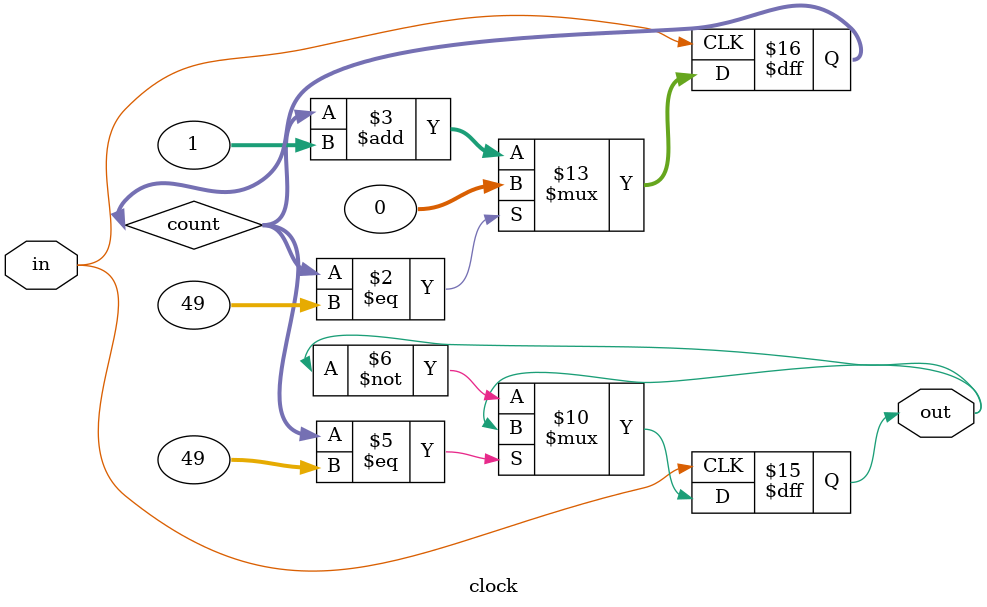
<source format=v>
`timescale 1ns / 1ps

module clock #(parameter n = 50) (input in, output reg out);
reg [31:0] count;
initial out = 0;
initial count = 0; 
always @ (posedge(in)) begin // Asynchronous Reset
if (count == n-1)
count <= 0;
else
begin count <= count+1;end
end
// Handle the output clock
always @ (posedge(in)) begin // Asynchronous Reset
if (count == n-1)
out <= out;
else
out <=~ out;
end
endmodule

</source>
